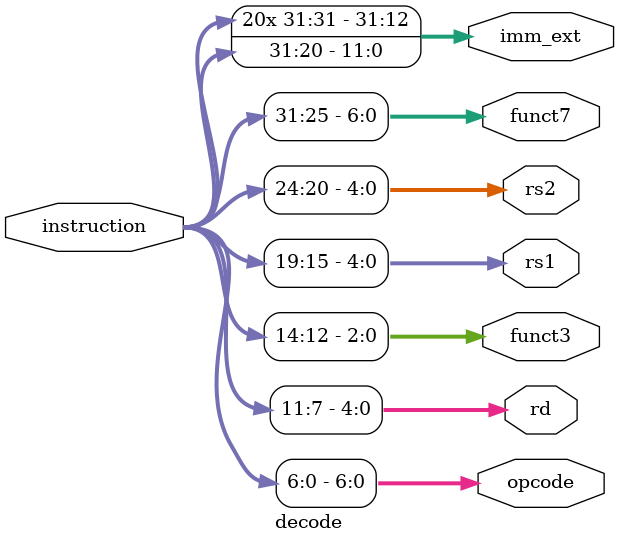
<source format=v>
`timescale 1ns/1ps
module decode(
    input  [31:0] instruction,
    output [6:0]  opcode,
    output [4:0]  rd,
    output [2:0]  funct3,
    output [4:0]  rs1,
    output [4:0]  rs2,
    output [6:0]  funct7,
    output [31:0] imm_ext
);

assign opcode = instruction[6:0];
assign rd     = instruction[11:7];
assign funct3 = instruction[14:12];
assign rs1    = instruction[19:15];
assign rs2    = instruction[24:20];
assign funct7 = instruction[31:25];
assign imm_ext = {{20{instruction[31]}}, instruction[31:20]};

endmodule
</source>
